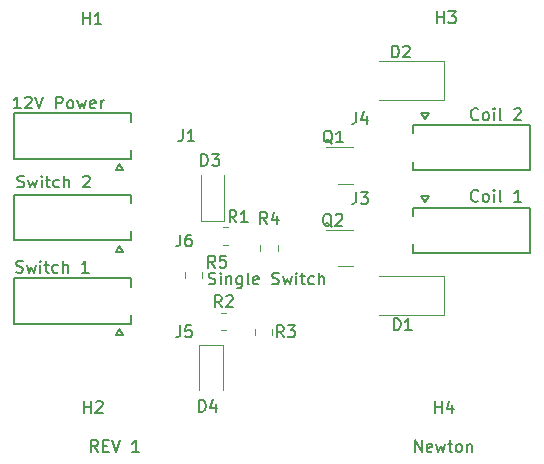
<source format=gbr>
%TF.GenerationSoftware,KiCad,Pcbnew,7.0.1*%
%TF.CreationDate,2023-05-02T18:28:53-06:00*%
%TF.ProjectId,contactor_controller,636f6e74-6163-4746-9f72-5f636f6e7472,rev?*%
%TF.SameCoordinates,Original*%
%TF.FileFunction,Legend,Top*%
%TF.FilePolarity,Positive*%
%FSLAX46Y46*%
G04 Gerber Fmt 4.6, Leading zero omitted, Abs format (unit mm)*
G04 Created by KiCad (PCBNEW 7.0.1) date 2023-05-02 18:28:53*
%MOMM*%
%LPD*%
G01*
G04 APERTURE LIST*
%ADD10C,0.150000*%
%ADD11C,0.120000*%
%ADD12C,0.127000*%
G04 APERTURE END LIST*
D10*
X151909523Y-91082380D02*
X151861904Y-91130000D01*
X151861904Y-91130000D02*
X151719047Y-91177619D01*
X151719047Y-91177619D02*
X151623809Y-91177619D01*
X151623809Y-91177619D02*
X151480952Y-91130000D01*
X151480952Y-91130000D02*
X151385714Y-91034761D01*
X151385714Y-91034761D02*
X151338095Y-90939523D01*
X151338095Y-90939523D02*
X151290476Y-90749047D01*
X151290476Y-90749047D02*
X151290476Y-90606190D01*
X151290476Y-90606190D02*
X151338095Y-90415714D01*
X151338095Y-90415714D02*
X151385714Y-90320476D01*
X151385714Y-90320476D02*
X151480952Y-90225238D01*
X151480952Y-90225238D02*
X151623809Y-90177619D01*
X151623809Y-90177619D02*
X151719047Y-90177619D01*
X151719047Y-90177619D02*
X151861904Y-90225238D01*
X151861904Y-90225238D02*
X151909523Y-90272857D01*
X152480952Y-91177619D02*
X152385714Y-91130000D01*
X152385714Y-91130000D02*
X152338095Y-91082380D01*
X152338095Y-91082380D02*
X152290476Y-90987142D01*
X152290476Y-90987142D02*
X152290476Y-90701428D01*
X152290476Y-90701428D02*
X152338095Y-90606190D01*
X152338095Y-90606190D02*
X152385714Y-90558571D01*
X152385714Y-90558571D02*
X152480952Y-90510952D01*
X152480952Y-90510952D02*
X152623809Y-90510952D01*
X152623809Y-90510952D02*
X152719047Y-90558571D01*
X152719047Y-90558571D02*
X152766666Y-90606190D01*
X152766666Y-90606190D02*
X152814285Y-90701428D01*
X152814285Y-90701428D02*
X152814285Y-90987142D01*
X152814285Y-90987142D02*
X152766666Y-91082380D01*
X152766666Y-91082380D02*
X152719047Y-91130000D01*
X152719047Y-91130000D02*
X152623809Y-91177619D01*
X152623809Y-91177619D02*
X152480952Y-91177619D01*
X153242857Y-91177619D02*
X153242857Y-90510952D01*
X153242857Y-90177619D02*
X153195238Y-90225238D01*
X153195238Y-90225238D02*
X153242857Y-90272857D01*
X153242857Y-90272857D02*
X153290476Y-90225238D01*
X153290476Y-90225238D02*
X153242857Y-90177619D01*
X153242857Y-90177619D02*
X153242857Y-90272857D01*
X153861904Y-91177619D02*
X153766666Y-91130000D01*
X153766666Y-91130000D02*
X153719047Y-91034761D01*
X153719047Y-91034761D02*
X153719047Y-90177619D01*
X154957143Y-90272857D02*
X155004762Y-90225238D01*
X155004762Y-90225238D02*
X155100000Y-90177619D01*
X155100000Y-90177619D02*
X155338095Y-90177619D01*
X155338095Y-90177619D02*
X155433333Y-90225238D01*
X155433333Y-90225238D02*
X155480952Y-90272857D01*
X155480952Y-90272857D02*
X155528571Y-90368095D01*
X155528571Y-90368095D02*
X155528571Y-90463333D01*
X155528571Y-90463333D02*
X155480952Y-90606190D01*
X155480952Y-90606190D02*
X154909524Y-91177619D01*
X154909524Y-91177619D02*
X155528571Y-91177619D01*
X151909523Y-97982380D02*
X151861904Y-98030000D01*
X151861904Y-98030000D02*
X151719047Y-98077619D01*
X151719047Y-98077619D02*
X151623809Y-98077619D01*
X151623809Y-98077619D02*
X151480952Y-98030000D01*
X151480952Y-98030000D02*
X151385714Y-97934761D01*
X151385714Y-97934761D02*
X151338095Y-97839523D01*
X151338095Y-97839523D02*
X151290476Y-97649047D01*
X151290476Y-97649047D02*
X151290476Y-97506190D01*
X151290476Y-97506190D02*
X151338095Y-97315714D01*
X151338095Y-97315714D02*
X151385714Y-97220476D01*
X151385714Y-97220476D02*
X151480952Y-97125238D01*
X151480952Y-97125238D02*
X151623809Y-97077619D01*
X151623809Y-97077619D02*
X151719047Y-97077619D01*
X151719047Y-97077619D02*
X151861904Y-97125238D01*
X151861904Y-97125238D02*
X151909523Y-97172857D01*
X152480952Y-98077619D02*
X152385714Y-98030000D01*
X152385714Y-98030000D02*
X152338095Y-97982380D01*
X152338095Y-97982380D02*
X152290476Y-97887142D01*
X152290476Y-97887142D02*
X152290476Y-97601428D01*
X152290476Y-97601428D02*
X152338095Y-97506190D01*
X152338095Y-97506190D02*
X152385714Y-97458571D01*
X152385714Y-97458571D02*
X152480952Y-97410952D01*
X152480952Y-97410952D02*
X152623809Y-97410952D01*
X152623809Y-97410952D02*
X152719047Y-97458571D01*
X152719047Y-97458571D02*
X152766666Y-97506190D01*
X152766666Y-97506190D02*
X152814285Y-97601428D01*
X152814285Y-97601428D02*
X152814285Y-97887142D01*
X152814285Y-97887142D02*
X152766666Y-97982380D01*
X152766666Y-97982380D02*
X152719047Y-98030000D01*
X152719047Y-98030000D02*
X152623809Y-98077619D01*
X152623809Y-98077619D02*
X152480952Y-98077619D01*
X153242857Y-98077619D02*
X153242857Y-97410952D01*
X153242857Y-97077619D02*
X153195238Y-97125238D01*
X153195238Y-97125238D02*
X153242857Y-97172857D01*
X153242857Y-97172857D02*
X153290476Y-97125238D01*
X153290476Y-97125238D02*
X153242857Y-97077619D01*
X153242857Y-97077619D02*
X153242857Y-97172857D01*
X153861904Y-98077619D02*
X153766666Y-98030000D01*
X153766666Y-98030000D02*
X153719047Y-97934761D01*
X153719047Y-97934761D02*
X153719047Y-97077619D01*
X155528571Y-98077619D02*
X154957143Y-98077619D01*
X155242857Y-98077619D02*
X155242857Y-97077619D01*
X155242857Y-97077619D02*
X155147619Y-97220476D01*
X155147619Y-97220476D02*
X155052381Y-97315714D01*
X155052381Y-97315714D02*
X154957143Y-97363333D01*
X129090476Y-105030000D02*
X129233333Y-105077619D01*
X129233333Y-105077619D02*
X129471428Y-105077619D01*
X129471428Y-105077619D02*
X129566666Y-105030000D01*
X129566666Y-105030000D02*
X129614285Y-104982380D01*
X129614285Y-104982380D02*
X129661904Y-104887142D01*
X129661904Y-104887142D02*
X129661904Y-104791904D01*
X129661904Y-104791904D02*
X129614285Y-104696666D01*
X129614285Y-104696666D02*
X129566666Y-104649047D01*
X129566666Y-104649047D02*
X129471428Y-104601428D01*
X129471428Y-104601428D02*
X129280952Y-104553809D01*
X129280952Y-104553809D02*
X129185714Y-104506190D01*
X129185714Y-104506190D02*
X129138095Y-104458571D01*
X129138095Y-104458571D02*
X129090476Y-104363333D01*
X129090476Y-104363333D02*
X129090476Y-104268095D01*
X129090476Y-104268095D02*
X129138095Y-104172857D01*
X129138095Y-104172857D02*
X129185714Y-104125238D01*
X129185714Y-104125238D02*
X129280952Y-104077619D01*
X129280952Y-104077619D02*
X129519047Y-104077619D01*
X129519047Y-104077619D02*
X129661904Y-104125238D01*
X130090476Y-105077619D02*
X130090476Y-104410952D01*
X130090476Y-104077619D02*
X130042857Y-104125238D01*
X130042857Y-104125238D02*
X130090476Y-104172857D01*
X130090476Y-104172857D02*
X130138095Y-104125238D01*
X130138095Y-104125238D02*
X130090476Y-104077619D01*
X130090476Y-104077619D02*
X130090476Y-104172857D01*
X130566666Y-104410952D02*
X130566666Y-105077619D01*
X130566666Y-104506190D02*
X130614285Y-104458571D01*
X130614285Y-104458571D02*
X130709523Y-104410952D01*
X130709523Y-104410952D02*
X130852380Y-104410952D01*
X130852380Y-104410952D02*
X130947618Y-104458571D01*
X130947618Y-104458571D02*
X130995237Y-104553809D01*
X130995237Y-104553809D02*
X130995237Y-105077619D01*
X131899999Y-104410952D02*
X131899999Y-105220476D01*
X131899999Y-105220476D02*
X131852380Y-105315714D01*
X131852380Y-105315714D02*
X131804761Y-105363333D01*
X131804761Y-105363333D02*
X131709523Y-105410952D01*
X131709523Y-105410952D02*
X131566666Y-105410952D01*
X131566666Y-105410952D02*
X131471428Y-105363333D01*
X131899999Y-105030000D02*
X131804761Y-105077619D01*
X131804761Y-105077619D02*
X131614285Y-105077619D01*
X131614285Y-105077619D02*
X131519047Y-105030000D01*
X131519047Y-105030000D02*
X131471428Y-104982380D01*
X131471428Y-104982380D02*
X131423809Y-104887142D01*
X131423809Y-104887142D02*
X131423809Y-104601428D01*
X131423809Y-104601428D02*
X131471428Y-104506190D01*
X131471428Y-104506190D02*
X131519047Y-104458571D01*
X131519047Y-104458571D02*
X131614285Y-104410952D01*
X131614285Y-104410952D02*
X131804761Y-104410952D01*
X131804761Y-104410952D02*
X131899999Y-104458571D01*
X132519047Y-105077619D02*
X132423809Y-105030000D01*
X132423809Y-105030000D02*
X132376190Y-104934761D01*
X132376190Y-104934761D02*
X132376190Y-104077619D01*
X133280952Y-105030000D02*
X133185714Y-105077619D01*
X133185714Y-105077619D02*
X132995238Y-105077619D01*
X132995238Y-105077619D02*
X132900000Y-105030000D01*
X132900000Y-105030000D02*
X132852381Y-104934761D01*
X132852381Y-104934761D02*
X132852381Y-104553809D01*
X132852381Y-104553809D02*
X132900000Y-104458571D01*
X132900000Y-104458571D02*
X132995238Y-104410952D01*
X132995238Y-104410952D02*
X133185714Y-104410952D01*
X133185714Y-104410952D02*
X133280952Y-104458571D01*
X133280952Y-104458571D02*
X133328571Y-104553809D01*
X133328571Y-104553809D02*
X133328571Y-104649047D01*
X133328571Y-104649047D02*
X132852381Y-104744285D01*
X134471429Y-105030000D02*
X134614286Y-105077619D01*
X134614286Y-105077619D02*
X134852381Y-105077619D01*
X134852381Y-105077619D02*
X134947619Y-105030000D01*
X134947619Y-105030000D02*
X134995238Y-104982380D01*
X134995238Y-104982380D02*
X135042857Y-104887142D01*
X135042857Y-104887142D02*
X135042857Y-104791904D01*
X135042857Y-104791904D02*
X134995238Y-104696666D01*
X134995238Y-104696666D02*
X134947619Y-104649047D01*
X134947619Y-104649047D02*
X134852381Y-104601428D01*
X134852381Y-104601428D02*
X134661905Y-104553809D01*
X134661905Y-104553809D02*
X134566667Y-104506190D01*
X134566667Y-104506190D02*
X134519048Y-104458571D01*
X134519048Y-104458571D02*
X134471429Y-104363333D01*
X134471429Y-104363333D02*
X134471429Y-104268095D01*
X134471429Y-104268095D02*
X134519048Y-104172857D01*
X134519048Y-104172857D02*
X134566667Y-104125238D01*
X134566667Y-104125238D02*
X134661905Y-104077619D01*
X134661905Y-104077619D02*
X134900000Y-104077619D01*
X134900000Y-104077619D02*
X135042857Y-104125238D01*
X135376191Y-104410952D02*
X135566667Y-105077619D01*
X135566667Y-105077619D02*
X135757143Y-104601428D01*
X135757143Y-104601428D02*
X135947619Y-105077619D01*
X135947619Y-105077619D02*
X136138095Y-104410952D01*
X136519048Y-105077619D02*
X136519048Y-104410952D01*
X136519048Y-104077619D02*
X136471429Y-104125238D01*
X136471429Y-104125238D02*
X136519048Y-104172857D01*
X136519048Y-104172857D02*
X136566667Y-104125238D01*
X136566667Y-104125238D02*
X136519048Y-104077619D01*
X136519048Y-104077619D02*
X136519048Y-104172857D01*
X136852381Y-104410952D02*
X137233333Y-104410952D01*
X136995238Y-104077619D02*
X136995238Y-104934761D01*
X136995238Y-104934761D02*
X137042857Y-105030000D01*
X137042857Y-105030000D02*
X137138095Y-105077619D01*
X137138095Y-105077619D02*
X137233333Y-105077619D01*
X137995238Y-105030000D02*
X137900000Y-105077619D01*
X137900000Y-105077619D02*
X137709524Y-105077619D01*
X137709524Y-105077619D02*
X137614286Y-105030000D01*
X137614286Y-105030000D02*
X137566667Y-104982380D01*
X137566667Y-104982380D02*
X137519048Y-104887142D01*
X137519048Y-104887142D02*
X137519048Y-104601428D01*
X137519048Y-104601428D02*
X137566667Y-104506190D01*
X137566667Y-104506190D02*
X137614286Y-104458571D01*
X137614286Y-104458571D02*
X137709524Y-104410952D01*
X137709524Y-104410952D02*
X137900000Y-104410952D01*
X137900000Y-104410952D02*
X137995238Y-104458571D01*
X138423810Y-105077619D02*
X138423810Y-104077619D01*
X138852381Y-105077619D02*
X138852381Y-104553809D01*
X138852381Y-104553809D02*
X138804762Y-104458571D01*
X138804762Y-104458571D02*
X138709524Y-104410952D01*
X138709524Y-104410952D02*
X138566667Y-104410952D01*
X138566667Y-104410952D02*
X138471429Y-104458571D01*
X138471429Y-104458571D02*
X138423810Y-104506190D01*
X113161904Y-90177619D02*
X112590476Y-90177619D01*
X112876190Y-90177619D02*
X112876190Y-89177619D01*
X112876190Y-89177619D02*
X112780952Y-89320476D01*
X112780952Y-89320476D02*
X112685714Y-89415714D01*
X112685714Y-89415714D02*
X112590476Y-89463333D01*
X113542857Y-89272857D02*
X113590476Y-89225238D01*
X113590476Y-89225238D02*
X113685714Y-89177619D01*
X113685714Y-89177619D02*
X113923809Y-89177619D01*
X113923809Y-89177619D02*
X114019047Y-89225238D01*
X114019047Y-89225238D02*
X114066666Y-89272857D01*
X114066666Y-89272857D02*
X114114285Y-89368095D01*
X114114285Y-89368095D02*
X114114285Y-89463333D01*
X114114285Y-89463333D02*
X114066666Y-89606190D01*
X114066666Y-89606190D02*
X113495238Y-90177619D01*
X113495238Y-90177619D02*
X114114285Y-90177619D01*
X114400000Y-89177619D02*
X114733333Y-90177619D01*
X114733333Y-90177619D02*
X115066666Y-89177619D01*
X116161905Y-90177619D02*
X116161905Y-89177619D01*
X116161905Y-89177619D02*
X116542857Y-89177619D01*
X116542857Y-89177619D02*
X116638095Y-89225238D01*
X116638095Y-89225238D02*
X116685714Y-89272857D01*
X116685714Y-89272857D02*
X116733333Y-89368095D01*
X116733333Y-89368095D02*
X116733333Y-89510952D01*
X116733333Y-89510952D02*
X116685714Y-89606190D01*
X116685714Y-89606190D02*
X116638095Y-89653809D01*
X116638095Y-89653809D02*
X116542857Y-89701428D01*
X116542857Y-89701428D02*
X116161905Y-89701428D01*
X117304762Y-90177619D02*
X117209524Y-90130000D01*
X117209524Y-90130000D02*
X117161905Y-90082380D01*
X117161905Y-90082380D02*
X117114286Y-89987142D01*
X117114286Y-89987142D02*
X117114286Y-89701428D01*
X117114286Y-89701428D02*
X117161905Y-89606190D01*
X117161905Y-89606190D02*
X117209524Y-89558571D01*
X117209524Y-89558571D02*
X117304762Y-89510952D01*
X117304762Y-89510952D02*
X117447619Y-89510952D01*
X117447619Y-89510952D02*
X117542857Y-89558571D01*
X117542857Y-89558571D02*
X117590476Y-89606190D01*
X117590476Y-89606190D02*
X117638095Y-89701428D01*
X117638095Y-89701428D02*
X117638095Y-89987142D01*
X117638095Y-89987142D02*
X117590476Y-90082380D01*
X117590476Y-90082380D02*
X117542857Y-90130000D01*
X117542857Y-90130000D02*
X117447619Y-90177619D01*
X117447619Y-90177619D02*
X117304762Y-90177619D01*
X117971429Y-89510952D02*
X118161905Y-90177619D01*
X118161905Y-90177619D02*
X118352381Y-89701428D01*
X118352381Y-89701428D02*
X118542857Y-90177619D01*
X118542857Y-90177619D02*
X118733333Y-89510952D01*
X119495238Y-90130000D02*
X119400000Y-90177619D01*
X119400000Y-90177619D02*
X119209524Y-90177619D01*
X119209524Y-90177619D02*
X119114286Y-90130000D01*
X119114286Y-90130000D02*
X119066667Y-90034761D01*
X119066667Y-90034761D02*
X119066667Y-89653809D01*
X119066667Y-89653809D02*
X119114286Y-89558571D01*
X119114286Y-89558571D02*
X119209524Y-89510952D01*
X119209524Y-89510952D02*
X119400000Y-89510952D01*
X119400000Y-89510952D02*
X119495238Y-89558571D01*
X119495238Y-89558571D02*
X119542857Y-89653809D01*
X119542857Y-89653809D02*
X119542857Y-89749047D01*
X119542857Y-89749047D02*
X119066667Y-89844285D01*
X119971429Y-90177619D02*
X119971429Y-89510952D01*
X119971429Y-89701428D02*
X120019048Y-89606190D01*
X120019048Y-89606190D02*
X120066667Y-89558571D01*
X120066667Y-89558571D02*
X120161905Y-89510952D01*
X120161905Y-89510952D02*
X120257143Y-89510952D01*
X112790476Y-104030000D02*
X112933333Y-104077619D01*
X112933333Y-104077619D02*
X113171428Y-104077619D01*
X113171428Y-104077619D02*
X113266666Y-104030000D01*
X113266666Y-104030000D02*
X113314285Y-103982380D01*
X113314285Y-103982380D02*
X113361904Y-103887142D01*
X113361904Y-103887142D02*
X113361904Y-103791904D01*
X113361904Y-103791904D02*
X113314285Y-103696666D01*
X113314285Y-103696666D02*
X113266666Y-103649047D01*
X113266666Y-103649047D02*
X113171428Y-103601428D01*
X113171428Y-103601428D02*
X112980952Y-103553809D01*
X112980952Y-103553809D02*
X112885714Y-103506190D01*
X112885714Y-103506190D02*
X112838095Y-103458571D01*
X112838095Y-103458571D02*
X112790476Y-103363333D01*
X112790476Y-103363333D02*
X112790476Y-103268095D01*
X112790476Y-103268095D02*
X112838095Y-103172857D01*
X112838095Y-103172857D02*
X112885714Y-103125238D01*
X112885714Y-103125238D02*
X112980952Y-103077619D01*
X112980952Y-103077619D02*
X113219047Y-103077619D01*
X113219047Y-103077619D02*
X113361904Y-103125238D01*
X113695238Y-103410952D02*
X113885714Y-104077619D01*
X113885714Y-104077619D02*
X114076190Y-103601428D01*
X114076190Y-103601428D02*
X114266666Y-104077619D01*
X114266666Y-104077619D02*
X114457142Y-103410952D01*
X114838095Y-104077619D02*
X114838095Y-103410952D01*
X114838095Y-103077619D02*
X114790476Y-103125238D01*
X114790476Y-103125238D02*
X114838095Y-103172857D01*
X114838095Y-103172857D02*
X114885714Y-103125238D01*
X114885714Y-103125238D02*
X114838095Y-103077619D01*
X114838095Y-103077619D02*
X114838095Y-103172857D01*
X115171428Y-103410952D02*
X115552380Y-103410952D01*
X115314285Y-103077619D02*
X115314285Y-103934761D01*
X115314285Y-103934761D02*
X115361904Y-104030000D01*
X115361904Y-104030000D02*
X115457142Y-104077619D01*
X115457142Y-104077619D02*
X115552380Y-104077619D01*
X116314285Y-104030000D02*
X116219047Y-104077619D01*
X116219047Y-104077619D02*
X116028571Y-104077619D01*
X116028571Y-104077619D02*
X115933333Y-104030000D01*
X115933333Y-104030000D02*
X115885714Y-103982380D01*
X115885714Y-103982380D02*
X115838095Y-103887142D01*
X115838095Y-103887142D02*
X115838095Y-103601428D01*
X115838095Y-103601428D02*
X115885714Y-103506190D01*
X115885714Y-103506190D02*
X115933333Y-103458571D01*
X115933333Y-103458571D02*
X116028571Y-103410952D01*
X116028571Y-103410952D02*
X116219047Y-103410952D01*
X116219047Y-103410952D02*
X116314285Y-103458571D01*
X116742857Y-104077619D02*
X116742857Y-103077619D01*
X117171428Y-104077619D02*
X117171428Y-103553809D01*
X117171428Y-103553809D02*
X117123809Y-103458571D01*
X117123809Y-103458571D02*
X117028571Y-103410952D01*
X117028571Y-103410952D02*
X116885714Y-103410952D01*
X116885714Y-103410952D02*
X116790476Y-103458571D01*
X116790476Y-103458571D02*
X116742857Y-103506190D01*
X118933333Y-104077619D02*
X118361905Y-104077619D01*
X118647619Y-104077619D02*
X118647619Y-103077619D01*
X118647619Y-103077619D02*
X118552381Y-103220476D01*
X118552381Y-103220476D02*
X118457143Y-103315714D01*
X118457143Y-103315714D02*
X118361905Y-103363333D01*
X112890476Y-96830000D02*
X113033333Y-96877619D01*
X113033333Y-96877619D02*
X113271428Y-96877619D01*
X113271428Y-96877619D02*
X113366666Y-96830000D01*
X113366666Y-96830000D02*
X113414285Y-96782380D01*
X113414285Y-96782380D02*
X113461904Y-96687142D01*
X113461904Y-96687142D02*
X113461904Y-96591904D01*
X113461904Y-96591904D02*
X113414285Y-96496666D01*
X113414285Y-96496666D02*
X113366666Y-96449047D01*
X113366666Y-96449047D02*
X113271428Y-96401428D01*
X113271428Y-96401428D02*
X113080952Y-96353809D01*
X113080952Y-96353809D02*
X112985714Y-96306190D01*
X112985714Y-96306190D02*
X112938095Y-96258571D01*
X112938095Y-96258571D02*
X112890476Y-96163333D01*
X112890476Y-96163333D02*
X112890476Y-96068095D01*
X112890476Y-96068095D02*
X112938095Y-95972857D01*
X112938095Y-95972857D02*
X112985714Y-95925238D01*
X112985714Y-95925238D02*
X113080952Y-95877619D01*
X113080952Y-95877619D02*
X113319047Y-95877619D01*
X113319047Y-95877619D02*
X113461904Y-95925238D01*
X113795238Y-96210952D02*
X113985714Y-96877619D01*
X113985714Y-96877619D02*
X114176190Y-96401428D01*
X114176190Y-96401428D02*
X114366666Y-96877619D01*
X114366666Y-96877619D02*
X114557142Y-96210952D01*
X114938095Y-96877619D02*
X114938095Y-96210952D01*
X114938095Y-95877619D02*
X114890476Y-95925238D01*
X114890476Y-95925238D02*
X114938095Y-95972857D01*
X114938095Y-95972857D02*
X114985714Y-95925238D01*
X114985714Y-95925238D02*
X114938095Y-95877619D01*
X114938095Y-95877619D02*
X114938095Y-95972857D01*
X115271428Y-96210952D02*
X115652380Y-96210952D01*
X115414285Y-95877619D02*
X115414285Y-96734761D01*
X115414285Y-96734761D02*
X115461904Y-96830000D01*
X115461904Y-96830000D02*
X115557142Y-96877619D01*
X115557142Y-96877619D02*
X115652380Y-96877619D01*
X116414285Y-96830000D02*
X116319047Y-96877619D01*
X116319047Y-96877619D02*
X116128571Y-96877619D01*
X116128571Y-96877619D02*
X116033333Y-96830000D01*
X116033333Y-96830000D02*
X115985714Y-96782380D01*
X115985714Y-96782380D02*
X115938095Y-96687142D01*
X115938095Y-96687142D02*
X115938095Y-96401428D01*
X115938095Y-96401428D02*
X115985714Y-96306190D01*
X115985714Y-96306190D02*
X116033333Y-96258571D01*
X116033333Y-96258571D02*
X116128571Y-96210952D01*
X116128571Y-96210952D02*
X116319047Y-96210952D01*
X116319047Y-96210952D02*
X116414285Y-96258571D01*
X116842857Y-96877619D02*
X116842857Y-95877619D01*
X117271428Y-96877619D02*
X117271428Y-96353809D01*
X117271428Y-96353809D02*
X117223809Y-96258571D01*
X117223809Y-96258571D02*
X117128571Y-96210952D01*
X117128571Y-96210952D02*
X116985714Y-96210952D01*
X116985714Y-96210952D02*
X116890476Y-96258571D01*
X116890476Y-96258571D02*
X116842857Y-96306190D01*
X118461905Y-95972857D02*
X118509524Y-95925238D01*
X118509524Y-95925238D02*
X118604762Y-95877619D01*
X118604762Y-95877619D02*
X118842857Y-95877619D01*
X118842857Y-95877619D02*
X118938095Y-95925238D01*
X118938095Y-95925238D02*
X118985714Y-95972857D01*
X118985714Y-95972857D02*
X119033333Y-96068095D01*
X119033333Y-96068095D02*
X119033333Y-96163333D01*
X119033333Y-96163333D02*
X118985714Y-96306190D01*
X118985714Y-96306190D02*
X118414286Y-96877619D01*
X118414286Y-96877619D02*
X119033333Y-96877619D01*
X146538095Y-119277619D02*
X146538095Y-118277619D01*
X146538095Y-118277619D02*
X147109523Y-119277619D01*
X147109523Y-119277619D02*
X147109523Y-118277619D01*
X147966666Y-119230000D02*
X147871428Y-119277619D01*
X147871428Y-119277619D02*
X147680952Y-119277619D01*
X147680952Y-119277619D02*
X147585714Y-119230000D01*
X147585714Y-119230000D02*
X147538095Y-119134761D01*
X147538095Y-119134761D02*
X147538095Y-118753809D01*
X147538095Y-118753809D02*
X147585714Y-118658571D01*
X147585714Y-118658571D02*
X147680952Y-118610952D01*
X147680952Y-118610952D02*
X147871428Y-118610952D01*
X147871428Y-118610952D02*
X147966666Y-118658571D01*
X147966666Y-118658571D02*
X148014285Y-118753809D01*
X148014285Y-118753809D02*
X148014285Y-118849047D01*
X148014285Y-118849047D02*
X147538095Y-118944285D01*
X148347619Y-118610952D02*
X148538095Y-119277619D01*
X148538095Y-119277619D02*
X148728571Y-118801428D01*
X148728571Y-118801428D02*
X148919047Y-119277619D01*
X148919047Y-119277619D02*
X149109523Y-118610952D01*
X149347619Y-118610952D02*
X149728571Y-118610952D01*
X149490476Y-118277619D02*
X149490476Y-119134761D01*
X149490476Y-119134761D02*
X149538095Y-119230000D01*
X149538095Y-119230000D02*
X149633333Y-119277619D01*
X149633333Y-119277619D02*
X149728571Y-119277619D01*
X150204762Y-119277619D02*
X150109524Y-119230000D01*
X150109524Y-119230000D02*
X150061905Y-119182380D01*
X150061905Y-119182380D02*
X150014286Y-119087142D01*
X150014286Y-119087142D02*
X150014286Y-118801428D01*
X150014286Y-118801428D02*
X150061905Y-118706190D01*
X150061905Y-118706190D02*
X150109524Y-118658571D01*
X150109524Y-118658571D02*
X150204762Y-118610952D01*
X150204762Y-118610952D02*
X150347619Y-118610952D01*
X150347619Y-118610952D02*
X150442857Y-118658571D01*
X150442857Y-118658571D02*
X150490476Y-118706190D01*
X150490476Y-118706190D02*
X150538095Y-118801428D01*
X150538095Y-118801428D02*
X150538095Y-119087142D01*
X150538095Y-119087142D02*
X150490476Y-119182380D01*
X150490476Y-119182380D02*
X150442857Y-119230000D01*
X150442857Y-119230000D02*
X150347619Y-119277619D01*
X150347619Y-119277619D02*
X150204762Y-119277619D01*
X150966667Y-118610952D02*
X150966667Y-119277619D01*
X150966667Y-118706190D02*
X151014286Y-118658571D01*
X151014286Y-118658571D02*
X151109524Y-118610952D01*
X151109524Y-118610952D02*
X151252381Y-118610952D01*
X151252381Y-118610952D02*
X151347619Y-118658571D01*
X151347619Y-118658571D02*
X151395238Y-118753809D01*
X151395238Y-118753809D02*
X151395238Y-119277619D01*
X119709523Y-119277619D02*
X119376190Y-118801428D01*
X119138095Y-119277619D02*
X119138095Y-118277619D01*
X119138095Y-118277619D02*
X119519047Y-118277619D01*
X119519047Y-118277619D02*
X119614285Y-118325238D01*
X119614285Y-118325238D02*
X119661904Y-118372857D01*
X119661904Y-118372857D02*
X119709523Y-118468095D01*
X119709523Y-118468095D02*
X119709523Y-118610952D01*
X119709523Y-118610952D02*
X119661904Y-118706190D01*
X119661904Y-118706190D02*
X119614285Y-118753809D01*
X119614285Y-118753809D02*
X119519047Y-118801428D01*
X119519047Y-118801428D02*
X119138095Y-118801428D01*
X120138095Y-118753809D02*
X120471428Y-118753809D01*
X120614285Y-119277619D02*
X120138095Y-119277619D01*
X120138095Y-119277619D02*
X120138095Y-118277619D01*
X120138095Y-118277619D02*
X120614285Y-118277619D01*
X120900000Y-118277619D02*
X121233333Y-119277619D01*
X121233333Y-119277619D02*
X121566666Y-118277619D01*
X123185714Y-119277619D02*
X122614286Y-119277619D01*
X122900000Y-119277619D02*
X122900000Y-118277619D01*
X122900000Y-118277619D02*
X122804762Y-118420476D01*
X122804762Y-118420476D02*
X122709524Y-118515714D01*
X122709524Y-118515714D02*
X122614286Y-118563333D01*
%TO.C,D4*%
X128261905Y-115862619D02*
X128261905Y-114862619D01*
X128261905Y-114862619D02*
X128500000Y-114862619D01*
X128500000Y-114862619D02*
X128642857Y-114910238D01*
X128642857Y-114910238D02*
X128738095Y-115005476D01*
X128738095Y-115005476D02*
X128785714Y-115100714D01*
X128785714Y-115100714D02*
X128833333Y-115291190D01*
X128833333Y-115291190D02*
X128833333Y-115434047D01*
X128833333Y-115434047D02*
X128785714Y-115624523D01*
X128785714Y-115624523D02*
X128738095Y-115719761D01*
X128738095Y-115719761D02*
X128642857Y-115815000D01*
X128642857Y-115815000D02*
X128500000Y-115862619D01*
X128500000Y-115862619D02*
X128261905Y-115862619D01*
X129690476Y-115195952D02*
X129690476Y-115862619D01*
X129452381Y-114815000D02*
X129214286Y-115529285D01*
X129214286Y-115529285D02*
X129833333Y-115529285D01*
%TO.C,D3*%
X128461905Y-95062619D02*
X128461905Y-94062619D01*
X128461905Y-94062619D02*
X128700000Y-94062619D01*
X128700000Y-94062619D02*
X128842857Y-94110238D01*
X128842857Y-94110238D02*
X128938095Y-94205476D01*
X128938095Y-94205476D02*
X128985714Y-94300714D01*
X128985714Y-94300714D02*
X129033333Y-94491190D01*
X129033333Y-94491190D02*
X129033333Y-94634047D01*
X129033333Y-94634047D02*
X128985714Y-94824523D01*
X128985714Y-94824523D02*
X128938095Y-94919761D01*
X128938095Y-94919761D02*
X128842857Y-95015000D01*
X128842857Y-95015000D02*
X128700000Y-95062619D01*
X128700000Y-95062619D02*
X128461905Y-95062619D01*
X129366667Y-94062619D02*
X129985714Y-94062619D01*
X129985714Y-94062619D02*
X129652381Y-94443571D01*
X129652381Y-94443571D02*
X129795238Y-94443571D01*
X129795238Y-94443571D02*
X129890476Y-94491190D01*
X129890476Y-94491190D02*
X129938095Y-94538809D01*
X129938095Y-94538809D02*
X129985714Y-94634047D01*
X129985714Y-94634047D02*
X129985714Y-94872142D01*
X129985714Y-94872142D02*
X129938095Y-94967380D01*
X129938095Y-94967380D02*
X129890476Y-95015000D01*
X129890476Y-95015000D02*
X129795238Y-95062619D01*
X129795238Y-95062619D02*
X129509524Y-95062619D01*
X129509524Y-95062619D02*
X129414286Y-95015000D01*
X129414286Y-95015000D02*
X129366667Y-94967380D01*
%TO.C,R5*%
X129633333Y-103662619D02*
X129300000Y-103186428D01*
X129061905Y-103662619D02*
X129061905Y-102662619D01*
X129061905Y-102662619D02*
X129442857Y-102662619D01*
X129442857Y-102662619D02*
X129538095Y-102710238D01*
X129538095Y-102710238D02*
X129585714Y-102757857D01*
X129585714Y-102757857D02*
X129633333Y-102853095D01*
X129633333Y-102853095D02*
X129633333Y-102995952D01*
X129633333Y-102995952D02*
X129585714Y-103091190D01*
X129585714Y-103091190D02*
X129538095Y-103138809D01*
X129538095Y-103138809D02*
X129442857Y-103186428D01*
X129442857Y-103186428D02*
X129061905Y-103186428D01*
X130538095Y-102662619D02*
X130061905Y-102662619D01*
X130061905Y-102662619D02*
X130014286Y-103138809D01*
X130014286Y-103138809D02*
X130061905Y-103091190D01*
X130061905Y-103091190D02*
X130157143Y-103043571D01*
X130157143Y-103043571D02*
X130395238Y-103043571D01*
X130395238Y-103043571D02*
X130490476Y-103091190D01*
X130490476Y-103091190D02*
X130538095Y-103138809D01*
X130538095Y-103138809D02*
X130585714Y-103234047D01*
X130585714Y-103234047D02*
X130585714Y-103472142D01*
X130585714Y-103472142D02*
X130538095Y-103567380D01*
X130538095Y-103567380D02*
X130490476Y-103615000D01*
X130490476Y-103615000D02*
X130395238Y-103662619D01*
X130395238Y-103662619D02*
X130157143Y-103662619D01*
X130157143Y-103662619D02*
X130061905Y-103615000D01*
X130061905Y-103615000D02*
X130014286Y-103567380D01*
%TO.C,D2*%
X144611905Y-85862619D02*
X144611905Y-84862619D01*
X144611905Y-84862619D02*
X144850000Y-84862619D01*
X144850000Y-84862619D02*
X144992857Y-84910238D01*
X144992857Y-84910238D02*
X145088095Y-85005476D01*
X145088095Y-85005476D02*
X145135714Y-85100714D01*
X145135714Y-85100714D02*
X145183333Y-85291190D01*
X145183333Y-85291190D02*
X145183333Y-85434047D01*
X145183333Y-85434047D02*
X145135714Y-85624523D01*
X145135714Y-85624523D02*
X145088095Y-85719761D01*
X145088095Y-85719761D02*
X144992857Y-85815000D01*
X144992857Y-85815000D02*
X144850000Y-85862619D01*
X144850000Y-85862619D02*
X144611905Y-85862619D01*
X145564286Y-84957857D02*
X145611905Y-84910238D01*
X145611905Y-84910238D02*
X145707143Y-84862619D01*
X145707143Y-84862619D02*
X145945238Y-84862619D01*
X145945238Y-84862619D02*
X146040476Y-84910238D01*
X146040476Y-84910238D02*
X146088095Y-84957857D01*
X146088095Y-84957857D02*
X146135714Y-85053095D01*
X146135714Y-85053095D02*
X146135714Y-85148333D01*
X146135714Y-85148333D02*
X146088095Y-85291190D01*
X146088095Y-85291190D02*
X145516667Y-85862619D01*
X145516667Y-85862619D02*
X146135714Y-85862619D01*
%TO.C,J3*%
X141566666Y-97262619D02*
X141566666Y-97976904D01*
X141566666Y-97976904D02*
X141519047Y-98119761D01*
X141519047Y-98119761D02*
X141423809Y-98215000D01*
X141423809Y-98215000D02*
X141280952Y-98262619D01*
X141280952Y-98262619D02*
X141185714Y-98262619D01*
X141947619Y-97262619D02*
X142566666Y-97262619D01*
X142566666Y-97262619D02*
X142233333Y-97643571D01*
X142233333Y-97643571D02*
X142376190Y-97643571D01*
X142376190Y-97643571D02*
X142471428Y-97691190D01*
X142471428Y-97691190D02*
X142519047Y-97738809D01*
X142519047Y-97738809D02*
X142566666Y-97834047D01*
X142566666Y-97834047D02*
X142566666Y-98072142D01*
X142566666Y-98072142D02*
X142519047Y-98167380D01*
X142519047Y-98167380D02*
X142471428Y-98215000D01*
X142471428Y-98215000D02*
X142376190Y-98262619D01*
X142376190Y-98262619D02*
X142090476Y-98262619D01*
X142090476Y-98262619D02*
X141995238Y-98215000D01*
X141995238Y-98215000D02*
X141947619Y-98167380D01*
%TO.C,J4*%
X141566666Y-90462619D02*
X141566666Y-91176904D01*
X141566666Y-91176904D02*
X141519047Y-91319761D01*
X141519047Y-91319761D02*
X141423809Y-91415000D01*
X141423809Y-91415000D02*
X141280952Y-91462619D01*
X141280952Y-91462619D02*
X141185714Y-91462619D01*
X142471428Y-90795952D02*
X142471428Y-91462619D01*
X142233333Y-90415000D02*
X141995238Y-91129285D01*
X141995238Y-91129285D02*
X142614285Y-91129285D01*
%TO.C,Q1*%
X139554761Y-93157857D02*
X139459523Y-93110238D01*
X139459523Y-93110238D02*
X139364285Y-93015000D01*
X139364285Y-93015000D02*
X139221428Y-92872142D01*
X139221428Y-92872142D02*
X139126190Y-92824523D01*
X139126190Y-92824523D02*
X139030952Y-92824523D01*
X139078571Y-93062619D02*
X138983333Y-93015000D01*
X138983333Y-93015000D02*
X138888095Y-92919761D01*
X138888095Y-92919761D02*
X138840476Y-92729285D01*
X138840476Y-92729285D02*
X138840476Y-92395952D01*
X138840476Y-92395952D02*
X138888095Y-92205476D01*
X138888095Y-92205476D02*
X138983333Y-92110238D01*
X138983333Y-92110238D02*
X139078571Y-92062619D01*
X139078571Y-92062619D02*
X139269047Y-92062619D01*
X139269047Y-92062619D02*
X139364285Y-92110238D01*
X139364285Y-92110238D02*
X139459523Y-92205476D01*
X139459523Y-92205476D02*
X139507142Y-92395952D01*
X139507142Y-92395952D02*
X139507142Y-92729285D01*
X139507142Y-92729285D02*
X139459523Y-92919761D01*
X139459523Y-92919761D02*
X139364285Y-93015000D01*
X139364285Y-93015000D02*
X139269047Y-93062619D01*
X139269047Y-93062619D02*
X139078571Y-93062619D01*
X140459523Y-93062619D02*
X139888095Y-93062619D01*
X140173809Y-93062619D02*
X140173809Y-92062619D01*
X140173809Y-92062619D02*
X140078571Y-92205476D01*
X140078571Y-92205476D02*
X139983333Y-92300714D01*
X139983333Y-92300714D02*
X139888095Y-92348333D01*
%TO.C,J6*%
X126666666Y-100862619D02*
X126666666Y-101576904D01*
X126666666Y-101576904D02*
X126619047Y-101719761D01*
X126619047Y-101719761D02*
X126523809Y-101815000D01*
X126523809Y-101815000D02*
X126380952Y-101862619D01*
X126380952Y-101862619D02*
X126285714Y-101862619D01*
X127571428Y-100862619D02*
X127380952Y-100862619D01*
X127380952Y-100862619D02*
X127285714Y-100910238D01*
X127285714Y-100910238D02*
X127238095Y-100957857D01*
X127238095Y-100957857D02*
X127142857Y-101100714D01*
X127142857Y-101100714D02*
X127095238Y-101291190D01*
X127095238Y-101291190D02*
X127095238Y-101672142D01*
X127095238Y-101672142D02*
X127142857Y-101767380D01*
X127142857Y-101767380D02*
X127190476Y-101815000D01*
X127190476Y-101815000D02*
X127285714Y-101862619D01*
X127285714Y-101862619D02*
X127476190Y-101862619D01*
X127476190Y-101862619D02*
X127571428Y-101815000D01*
X127571428Y-101815000D02*
X127619047Y-101767380D01*
X127619047Y-101767380D02*
X127666666Y-101672142D01*
X127666666Y-101672142D02*
X127666666Y-101434047D01*
X127666666Y-101434047D02*
X127619047Y-101338809D01*
X127619047Y-101338809D02*
X127571428Y-101291190D01*
X127571428Y-101291190D02*
X127476190Y-101243571D01*
X127476190Y-101243571D02*
X127285714Y-101243571D01*
X127285714Y-101243571D02*
X127190476Y-101291190D01*
X127190476Y-101291190D02*
X127142857Y-101338809D01*
X127142857Y-101338809D02*
X127095238Y-101434047D01*
%TO.C,H4*%
X148238095Y-115962619D02*
X148238095Y-114962619D01*
X148238095Y-115438809D02*
X148809523Y-115438809D01*
X148809523Y-115962619D02*
X148809523Y-114962619D01*
X149714285Y-115295952D02*
X149714285Y-115962619D01*
X149476190Y-114915000D02*
X149238095Y-115629285D01*
X149238095Y-115629285D02*
X149857142Y-115629285D01*
%TO.C,R3*%
X135433333Y-109562619D02*
X135100000Y-109086428D01*
X134861905Y-109562619D02*
X134861905Y-108562619D01*
X134861905Y-108562619D02*
X135242857Y-108562619D01*
X135242857Y-108562619D02*
X135338095Y-108610238D01*
X135338095Y-108610238D02*
X135385714Y-108657857D01*
X135385714Y-108657857D02*
X135433333Y-108753095D01*
X135433333Y-108753095D02*
X135433333Y-108895952D01*
X135433333Y-108895952D02*
X135385714Y-108991190D01*
X135385714Y-108991190D02*
X135338095Y-109038809D01*
X135338095Y-109038809D02*
X135242857Y-109086428D01*
X135242857Y-109086428D02*
X134861905Y-109086428D01*
X135766667Y-108562619D02*
X136385714Y-108562619D01*
X136385714Y-108562619D02*
X136052381Y-108943571D01*
X136052381Y-108943571D02*
X136195238Y-108943571D01*
X136195238Y-108943571D02*
X136290476Y-108991190D01*
X136290476Y-108991190D02*
X136338095Y-109038809D01*
X136338095Y-109038809D02*
X136385714Y-109134047D01*
X136385714Y-109134047D02*
X136385714Y-109372142D01*
X136385714Y-109372142D02*
X136338095Y-109467380D01*
X136338095Y-109467380D02*
X136290476Y-109515000D01*
X136290476Y-109515000D02*
X136195238Y-109562619D01*
X136195238Y-109562619D02*
X135909524Y-109562619D01*
X135909524Y-109562619D02*
X135814286Y-109515000D01*
X135814286Y-109515000D02*
X135766667Y-109467380D01*
%TO.C,Q2*%
X139504761Y-100207857D02*
X139409523Y-100160238D01*
X139409523Y-100160238D02*
X139314285Y-100065000D01*
X139314285Y-100065000D02*
X139171428Y-99922142D01*
X139171428Y-99922142D02*
X139076190Y-99874523D01*
X139076190Y-99874523D02*
X138980952Y-99874523D01*
X139028571Y-100112619D02*
X138933333Y-100065000D01*
X138933333Y-100065000D02*
X138838095Y-99969761D01*
X138838095Y-99969761D02*
X138790476Y-99779285D01*
X138790476Y-99779285D02*
X138790476Y-99445952D01*
X138790476Y-99445952D02*
X138838095Y-99255476D01*
X138838095Y-99255476D02*
X138933333Y-99160238D01*
X138933333Y-99160238D02*
X139028571Y-99112619D01*
X139028571Y-99112619D02*
X139219047Y-99112619D01*
X139219047Y-99112619D02*
X139314285Y-99160238D01*
X139314285Y-99160238D02*
X139409523Y-99255476D01*
X139409523Y-99255476D02*
X139457142Y-99445952D01*
X139457142Y-99445952D02*
X139457142Y-99779285D01*
X139457142Y-99779285D02*
X139409523Y-99969761D01*
X139409523Y-99969761D02*
X139314285Y-100065000D01*
X139314285Y-100065000D02*
X139219047Y-100112619D01*
X139219047Y-100112619D02*
X139028571Y-100112619D01*
X139838095Y-99207857D02*
X139885714Y-99160238D01*
X139885714Y-99160238D02*
X139980952Y-99112619D01*
X139980952Y-99112619D02*
X140219047Y-99112619D01*
X140219047Y-99112619D02*
X140314285Y-99160238D01*
X140314285Y-99160238D02*
X140361904Y-99207857D01*
X140361904Y-99207857D02*
X140409523Y-99303095D01*
X140409523Y-99303095D02*
X140409523Y-99398333D01*
X140409523Y-99398333D02*
X140361904Y-99541190D01*
X140361904Y-99541190D02*
X139790476Y-100112619D01*
X139790476Y-100112619D02*
X140409523Y-100112619D01*
%TO.C,R4*%
X134033333Y-99962619D02*
X133700000Y-99486428D01*
X133461905Y-99962619D02*
X133461905Y-98962619D01*
X133461905Y-98962619D02*
X133842857Y-98962619D01*
X133842857Y-98962619D02*
X133938095Y-99010238D01*
X133938095Y-99010238D02*
X133985714Y-99057857D01*
X133985714Y-99057857D02*
X134033333Y-99153095D01*
X134033333Y-99153095D02*
X134033333Y-99295952D01*
X134033333Y-99295952D02*
X133985714Y-99391190D01*
X133985714Y-99391190D02*
X133938095Y-99438809D01*
X133938095Y-99438809D02*
X133842857Y-99486428D01*
X133842857Y-99486428D02*
X133461905Y-99486428D01*
X134890476Y-99295952D02*
X134890476Y-99962619D01*
X134652381Y-98915000D02*
X134414286Y-99629285D01*
X134414286Y-99629285D02*
X135033333Y-99629285D01*
%TO.C,H2*%
X118538095Y-115962619D02*
X118538095Y-114962619D01*
X118538095Y-115438809D02*
X119109523Y-115438809D01*
X119109523Y-115962619D02*
X119109523Y-114962619D01*
X119538095Y-115057857D02*
X119585714Y-115010238D01*
X119585714Y-115010238D02*
X119680952Y-114962619D01*
X119680952Y-114962619D02*
X119919047Y-114962619D01*
X119919047Y-114962619D02*
X120014285Y-115010238D01*
X120014285Y-115010238D02*
X120061904Y-115057857D01*
X120061904Y-115057857D02*
X120109523Y-115153095D01*
X120109523Y-115153095D02*
X120109523Y-115248333D01*
X120109523Y-115248333D02*
X120061904Y-115391190D01*
X120061904Y-115391190D02*
X119490476Y-115962619D01*
X119490476Y-115962619D02*
X120109523Y-115962619D01*
%TO.C,H3*%
X148438095Y-82962619D02*
X148438095Y-81962619D01*
X148438095Y-82438809D02*
X149009523Y-82438809D01*
X149009523Y-82962619D02*
X149009523Y-81962619D01*
X149390476Y-81962619D02*
X150009523Y-81962619D01*
X150009523Y-81962619D02*
X149676190Y-82343571D01*
X149676190Y-82343571D02*
X149819047Y-82343571D01*
X149819047Y-82343571D02*
X149914285Y-82391190D01*
X149914285Y-82391190D02*
X149961904Y-82438809D01*
X149961904Y-82438809D02*
X150009523Y-82534047D01*
X150009523Y-82534047D02*
X150009523Y-82772142D01*
X150009523Y-82772142D02*
X149961904Y-82867380D01*
X149961904Y-82867380D02*
X149914285Y-82915000D01*
X149914285Y-82915000D02*
X149819047Y-82962619D01*
X149819047Y-82962619D02*
X149533333Y-82962619D01*
X149533333Y-82962619D02*
X149438095Y-82915000D01*
X149438095Y-82915000D02*
X149390476Y-82867380D01*
%TO.C,R2*%
X130183333Y-107012619D02*
X129850000Y-106536428D01*
X129611905Y-107012619D02*
X129611905Y-106012619D01*
X129611905Y-106012619D02*
X129992857Y-106012619D01*
X129992857Y-106012619D02*
X130088095Y-106060238D01*
X130088095Y-106060238D02*
X130135714Y-106107857D01*
X130135714Y-106107857D02*
X130183333Y-106203095D01*
X130183333Y-106203095D02*
X130183333Y-106345952D01*
X130183333Y-106345952D02*
X130135714Y-106441190D01*
X130135714Y-106441190D02*
X130088095Y-106488809D01*
X130088095Y-106488809D02*
X129992857Y-106536428D01*
X129992857Y-106536428D02*
X129611905Y-106536428D01*
X130564286Y-106107857D02*
X130611905Y-106060238D01*
X130611905Y-106060238D02*
X130707143Y-106012619D01*
X130707143Y-106012619D02*
X130945238Y-106012619D01*
X130945238Y-106012619D02*
X131040476Y-106060238D01*
X131040476Y-106060238D02*
X131088095Y-106107857D01*
X131088095Y-106107857D02*
X131135714Y-106203095D01*
X131135714Y-106203095D02*
X131135714Y-106298333D01*
X131135714Y-106298333D02*
X131088095Y-106441190D01*
X131088095Y-106441190D02*
X130516667Y-107012619D01*
X130516667Y-107012619D02*
X131135714Y-107012619D01*
%TO.C,R1*%
X131433333Y-99812619D02*
X131100000Y-99336428D01*
X130861905Y-99812619D02*
X130861905Y-98812619D01*
X130861905Y-98812619D02*
X131242857Y-98812619D01*
X131242857Y-98812619D02*
X131338095Y-98860238D01*
X131338095Y-98860238D02*
X131385714Y-98907857D01*
X131385714Y-98907857D02*
X131433333Y-99003095D01*
X131433333Y-99003095D02*
X131433333Y-99145952D01*
X131433333Y-99145952D02*
X131385714Y-99241190D01*
X131385714Y-99241190D02*
X131338095Y-99288809D01*
X131338095Y-99288809D02*
X131242857Y-99336428D01*
X131242857Y-99336428D02*
X130861905Y-99336428D01*
X132385714Y-99812619D02*
X131814286Y-99812619D01*
X132100000Y-99812619D02*
X132100000Y-98812619D01*
X132100000Y-98812619D02*
X132004762Y-98955476D01*
X132004762Y-98955476D02*
X131909524Y-99050714D01*
X131909524Y-99050714D02*
X131814286Y-99098333D01*
%TO.C,D1*%
X144761905Y-108962619D02*
X144761905Y-107962619D01*
X144761905Y-107962619D02*
X145000000Y-107962619D01*
X145000000Y-107962619D02*
X145142857Y-108010238D01*
X145142857Y-108010238D02*
X145238095Y-108105476D01*
X145238095Y-108105476D02*
X145285714Y-108200714D01*
X145285714Y-108200714D02*
X145333333Y-108391190D01*
X145333333Y-108391190D02*
X145333333Y-108534047D01*
X145333333Y-108534047D02*
X145285714Y-108724523D01*
X145285714Y-108724523D02*
X145238095Y-108819761D01*
X145238095Y-108819761D02*
X145142857Y-108915000D01*
X145142857Y-108915000D02*
X145000000Y-108962619D01*
X145000000Y-108962619D02*
X144761905Y-108962619D01*
X146285714Y-108962619D02*
X145714286Y-108962619D01*
X146000000Y-108962619D02*
X146000000Y-107962619D01*
X146000000Y-107962619D02*
X145904762Y-108105476D01*
X145904762Y-108105476D02*
X145809524Y-108200714D01*
X145809524Y-108200714D02*
X145714286Y-108248333D01*
%TO.C,J5*%
X126666666Y-108562619D02*
X126666666Y-109276904D01*
X126666666Y-109276904D02*
X126619047Y-109419761D01*
X126619047Y-109419761D02*
X126523809Y-109515000D01*
X126523809Y-109515000D02*
X126380952Y-109562619D01*
X126380952Y-109562619D02*
X126285714Y-109562619D01*
X127619047Y-108562619D02*
X127142857Y-108562619D01*
X127142857Y-108562619D02*
X127095238Y-109038809D01*
X127095238Y-109038809D02*
X127142857Y-108991190D01*
X127142857Y-108991190D02*
X127238095Y-108943571D01*
X127238095Y-108943571D02*
X127476190Y-108943571D01*
X127476190Y-108943571D02*
X127571428Y-108991190D01*
X127571428Y-108991190D02*
X127619047Y-109038809D01*
X127619047Y-109038809D02*
X127666666Y-109134047D01*
X127666666Y-109134047D02*
X127666666Y-109372142D01*
X127666666Y-109372142D02*
X127619047Y-109467380D01*
X127619047Y-109467380D02*
X127571428Y-109515000D01*
X127571428Y-109515000D02*
X127476190Y-109562619D01*
X127476190Y-109562619D02*
X127238095Y-109562619D01*
X127238095Y-109562619D02*
X127142857Y-109515000D01*
X127142857Y-109515000D02*
X127095238Y-109467380D01*
%TO.C,J1*%
X126876666Y-91962619D02*
X126876666Y-92676904D01*
X126876666Y-92676904D02*
X126829047Y-92819761D01*
X126829047Y-92819761D02*
X126733809Y-92915000D01*
X126733809Y-92915000D02*
X126590952Y-92962619D01*
X126590952Y-92962619D02*
X126495714Y-92962619D01*
X127876666Y-92962619D02*
X127305238Y-92962619D01*
X127590952Y-92962619D02*
X127590952Y-91962619D01*
X127590952Y-91962619D02*
X127495714Y-92105476D01*
X127495714Y-92105476D02*
X127400476Y-92200714D01*
X127400476Y-92200714D02*
X127305238Y-92248333D01*
%TO.C,H1*%
X118438095Y-83062619D02*
X118438095Y-82062619D01*
X118438095Y-82538809D02*
X119009523Y-82538809D01*
X119009523Y-83062619D02*
X119009523Y-82062619D01*
X120009523Y-83062619D02*
X119438095Y-83062619D01*
X119723809Y-83062619D02*
X119723809Y-82062619D01*
X119723809Y-82062619D02*
X119628571Y-82205476D01*
X119628571Y-82205476D02*
X119533333Y-82300714D01*
X119533333Y-82300714D02*
X119438095Y-82348333D01*
D11*
%TO.C,D4*%
X128300000Y-110190000D02*
X128300000Y-114050000D01*
X130300000Y-110190000D02*
X128300000Y-110190000D01*
X130300000Y-110190000D02*
X130300000Y-114050000D01*
%TO.C,D3*%
X130400000Y-99710000D02*
X130400000Y-95850000D01*
X128400000Y-99710000D02*
X130400000Y-99710000D01*
X128400000Y-99710000D02*
X128400000Y-95850000D01*
%TO.C,R5*%
X127065000Y-104527064D02*
X127065000Y-104072936D01*
X128535000Y-104527064D02*
X128535000Y-104072936D01*
%TO.C,D2*%
X149010000Y-89450000D02*
X149010000Y-86150000D01*
X149010000Y-89450000D02*
X143500000Y-89450000D01*
X149010000Y-86150000D02*
X143500000Y-86150000D01*
D12*
%TO.C,J3*%
X146390000Y-102425000D02*
X146390000Y-101700000D01*
X156300000Y-102425000D02*
X146390000Y-102425000D01*
X146390000Y-98575000D02*
X146390000Y-99300000D01*
X146390000Y-98575000D02*
X156300000Y-98575000D01*
X156300000Y-98575000D02*
X156300000Y-102425000D01*
X147400000Y-98100000D02*
X147700000Y-97600000D01*
X147100000Y-97600000D02*
X147400000Y-98100000D01*
X147700000Y-97600000D02*
X147100000Y-97600000D01*
%TO.C,J4*%
X146390000Y-95425000D02*
X146390000Y-94700000D01*
X156300000Y-95425000D02*
X146390000Y-95425000D01*
X146390000Y-91575000D02*
X146390000Y-92300000D01*
X146390000Y-91575000D02*
X156300000Y-91575000D01*
X156300000Y-91575000D02*
X156300000Y-95425000D01*
X147400000Y-91100000D02*
X147700000Y-90600000D01*
X147100000Y-90600000D02*
X147400000Y-91100000D01*
X147700000Y-90600000D02*
X147100000Y-90600000D01*
D11*
%TO.C,Q1*%
X140662500Y-93440000D02*
X138987500Y-93440000D01*
X140662500Y-93440000D02*
X141312500Y-93440000D01*
X140662500Y-96560000D02*
X140012500Y-96560000D01*
X140662500Y-96560000D02*
X141312500Y-96560000D01*
D12*
%TO.C,J6*%
X122510000Y-97475000D02*
X122510000Y-98200000D01*
X112600000Y-97475000D02*
X122510000Y-97475000D01*
X122510000Y-101325000D02*
X122510000Y-100600000D01*
X122510000Y-101325000D02*
X112600000Y-101325000D01*
X112600000Y-101325000D02*
X112600000Y-97475000D01*
X121500000Y-101800000D02*
X121200000Y-102300000D01*
X121800000Y-102300000D02*
X121500000Y-101800000D01*
X121200000Y-102300000D02*
X121800000Y-102300000D01*
D11*
%TO.C,R3*%
X134485000Y-108872936D02*
X134485000Y-109327064D01*
X133015000Y-108872936D02*
X133015000Y-109327064D01*
%TO.C,Q2*%
X140662500Y-100440000D02*
X138987500Y-100440000D01*
X140662500Y-100440000D02*
X141312500Y-100440000D01*
X140662500Y-103560000D02*
X140012500Y-103560000D01*
X140662500Y-103560000D02*
X141312500Y-103560000D01*
%TO.C,R4*%
X134935000Y-101772936D02*
X134935000Y-102227064D01*
X133465000Y-101772936D02*
X133465000Y-102227064D01*
%TO.C,R2*%
X130122936Y-107465000D02*
X130577064Y-107465000D01*
X130122936Y-108935000D02*
X130577064Y-108935000D01*
%TO.C,R1*%
X130272936Y-100265000D02*
X130727064Y-100265000D01*
X130272936Y-101735000D02*
X130727064Y-101735000D01*
%TO.C,D1*%
X149010000Y-107650000D02*
X149010000Y-104350000D01*
X149010000Y-107650000D02*
X143500000Y-107650000D01*
X149010000Y-104350000D02*
X143500000Y-104350000D01*
D12*
%TO.C,J5*%
X122510000Y-104575000D02*
X122510000Y-105300000D01*
X112600000Y-104575000D02*
X122510000Y-104575000D01*
X122510000Y-108425000D02*
X122510000Y-107700000D01*
X122510000Y-108425000D02*
X112600000Y-108425000D01*
X112600000Y-108425000D02*
X112600000Y-104575000D01*
X121500000Y-108900000D02*
X121200000Y-109400000D01*
X121800000Y-109400000D02*
X121500000Y-108900000D01*
X121200000Y-109400000D02*
X121800000Y-109400000D01*
%TO.C,J1*%
X122520000Y-90575000D02*
X122520000Y-91300000D01*
X112610000Y-90575000D02*
X122520000Y-90575000D01*
X122520000Y-94425000D02*
X122520000Y-93700000D01*
X122520000Y-94425000D02*
X112610000Y-94425000D01*
X112610000Y-94425000D02*
X112610000Y-90575000D01*
X121510000Y-94900000D02*
X121210000Y-95400000D01*
X121810000Y-95400000D02*
X121510000Y-94900000D01*
X121210000Y-95400000D02*
X121810000Y-95400000D01*
%TD*%
M02*

</source>
